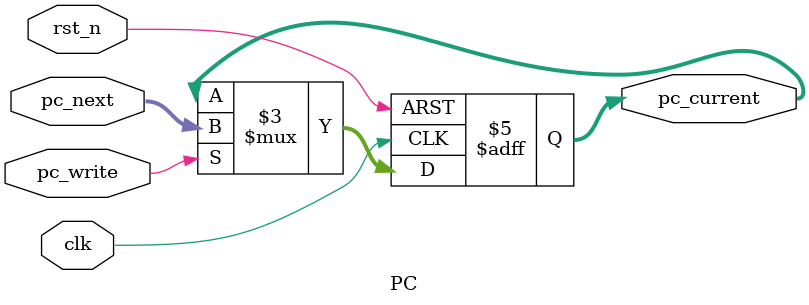
<source format=v>
module PC (
    input clk,
    input rst_n,
    input [31:0] pc_next,
    input pc_write,
    output reg [31:0] pc_current
);
    always @(posedge clk or negedge rst_n) begin
        if (!rst_n)
            pc_current <= 32'd0;
        else if (pc_write)
            pc_current <= pc_next;
    end
endmodule

</source>
